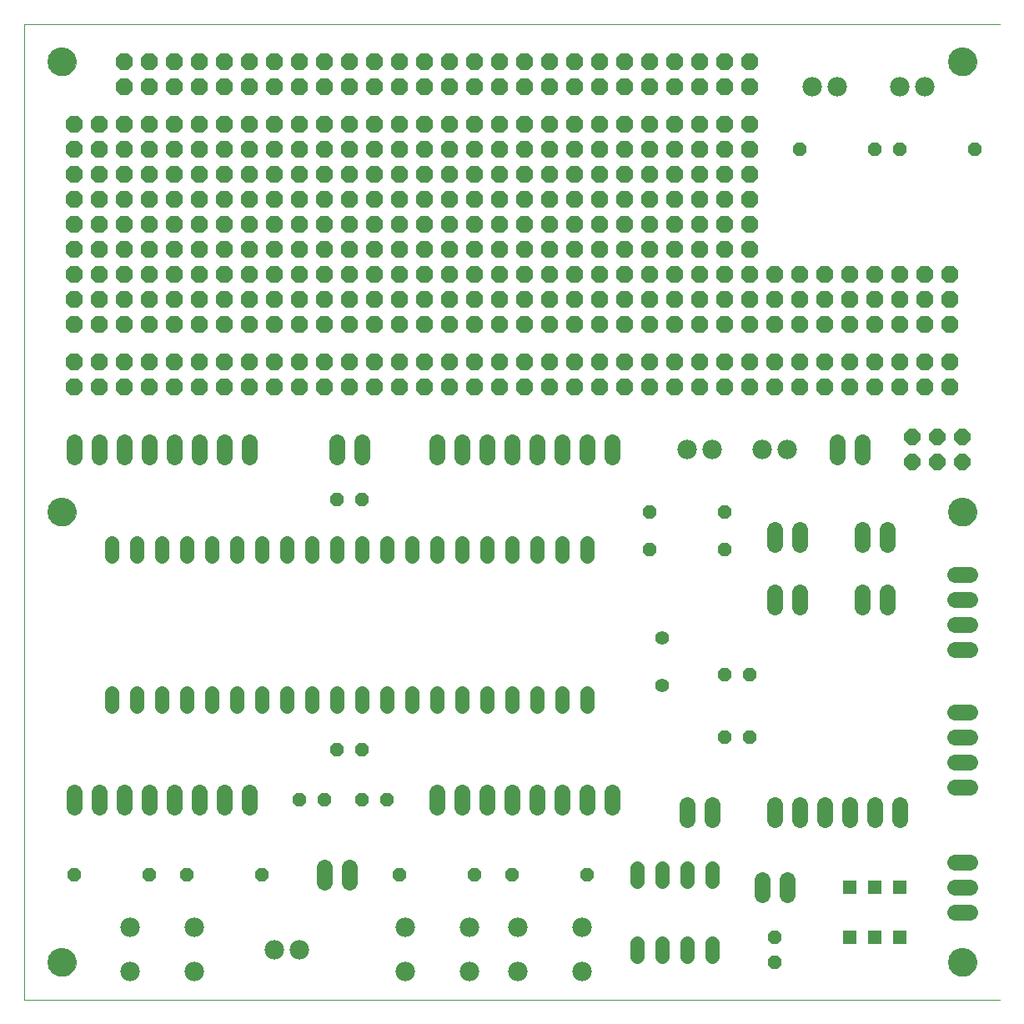
<source format=gbs>
G75*
%MOIN*%
%OFA0B0*%
%FSLAX24Y24*%
%IPPOS*%
%LPD*%
%AMOC8*
5,1,8,0,0,1.08239X$1,22.5*
%
%ADD10C,0.0000*%
%ADD11C,0.1142*%
%ADD12C,0.0560*%
%ADD13OC8,0.0560*%
%ADD14C,0.0640*%
%ADD15C,0.0780*%
%ADD16R,0.0555X0.0555*%
%ADD17C,0.0560*%
%ADD18OC8,0.0640*%
%ADD19OC8,0.0670*%
D10*
X000180Y000180D02*
X000180Y039180D01*
X039180Y039180D01*
X037129Y037680D02*
X037131Y037727D01*
X037137Y037773D01*
X037147Y037819D01*
X037160Y037864D01*
X037178Y037907D01*
X037199Y037949D01*
X037223Y037989D01*
X037251Y038026D01*
X037282Y038061D01*
X037316Y038094D01*
X037352Y038123D01*
X037391Y038149D01*
X037432Y038172D01*
X037475Y038191D01*
X037519Y038207D01*
X037564Y038219D01*
X037610Y038227D01*
X037657Y038231D01*
X037703Y038231D01*
X037750Y038227D01*
X037796Y038219D01*
X037841Y038207D01*
X037885Y038191D01*
X037928Y038172D01*
X037969Y038149D01*
X038008Y038123D01*
X038044Y038094D01*
X038078Y038061D01*
X038109Y038026D01*
X038137Y037989D01*
X038161Y037949D01*
X038182Y037907D01*
X038200Y037864D01*
X038213Y037819D01*
X038223Y037773D01*
X038229Y037727D01*
X038231Y037680D01*
X038229Y037633D01*
X038223Y037587D01*
X038213Y037541D01*
X038200Y037496D01*
X038182Y037453D01*
X038161Y037411D01*
X038137Y037371D01*
X038109Y037334D01*
X038078Y037299D01*
X038044Y037266D01*
X038008Y037237D01*
X037969Y037211D01*
X037928Y037188D01*
X037885Y037169D01*
X037841Y037153D01*
X037796Y037141D01*
X037750Y037133D01*
X037703Y037129D01*
X037657Y037129D01*
X037610Y037133D01*
X037564Y037141D01*
X037519Y037153D01*
X037475Y037169D01*
X037432Y037188D01*
X037391Y037211D01*
X037352Y037237D01*
X037316Y037266D01*
X037282Y037299D01*
X037251Y037334D01*
X037223Y037371D01*
X037199Y037411D01*
X037178Y037453D01*
X037160Y037496D01*
X037147Y037541D01*
X037137Y037587D01*
X037131Y037633D01*
X037129Y037680D01*
X037129Y019680D02*
X037131Y019727D01*
X037137Y019773D01*
X037147Y019819D01*
X037160Y019864D01*
X037178Y019907D01*
X037199Y019949D01*
X037223Y019989D01*
X037251Y020026D01*
X037282Y020061D01*
X037316Y020094D01*
X037352Y020123D01*
X037391Y020149D01*
X037432Y020172D01*
X037475Y020191D01*
X037519Y020207D01*
X037564Y020219D01*
X037610Y020227D01*
X037657Y020231D01*
X037703Y020231D01*
X037750Y020227D01*
X037796Y020219D01*
X037841Y020207D01*
X037885Y020191D01*
X037928Y020172D01*
X037969Y020149D01*
X038008Y020123D01*
X038044Y020094D01*
X038078Y020061D01*
X038109Y020026D01*
X038137Y019989D01*
X038161Y019949D01*
X038182Y019907D01*
X038200Y019864D01*
X038213Y019819D01*
X038223Y019773D01*
X038229Y019727D01*
X038231Y019680D01*
X038229Y019633D01*
X038223Y019587D01*
X038213Y019541D01*
X038200Y019496D01*
X038182Y019453D01*
X038161Y019411D01*
X038137Y019371D01*
X038109Y019334D01*
X038078Y019299D01*
X038044Y019266D01*
X038008Y019237D01*
X037969Y019211D01*
X037928Y019188D01*
X037885Y019169D01*
X037841Y019153D01*
X037796Y019141D01*
X037750Y019133D01*
X037703Y019129D01*
X037657Y019129D01*
X037610Y019133D01*
X037564Y019141D01*
X037519Y019153D01*
X037475Y019169D01*
X037432Y019188D01*
X037391Y019211D01*
X037352Y019237D01*
X037316Y019266D01*
X037282Y019299D01*
X037251Y019334D01*
X037223Y019371D01*
X037199Y019411D01*
X037178Y019453D01*
X037160Y019496D01*
X037147Y019541D01*
X037137Y019587D01*
X037131Y019633D01*
X037129Y019680D01*
X037129Y001680D02*
X037131Y001727D01*
X037137Y001773D01*
X037147Y001819D01*
X037160Y001864D01*
X037178Y001907D01*
X037199Y001949D01*
X037223Y001989D01*
X037251Y002026D01*
X037282Y002061D01*
X037316Y002094D01*
X037352Y002123D01*
X037391Y002149D01*
X037432Y002172D01*
X037475Y002191D01*
X037519Y002207D01*
X037564Y002219D01*
X037610Y002227D01*
X037657Y002231D01*
X037703Y002231D01*
X037750Y002227D01*
X037796Y002219D01*
X037841Y002207D01*
X037885Y002191D01*
X037928Y002172D01*
X037969Y002149D01*
X038008Y002123D01*
X038044Y002094D01*
X038078Y002061D01*
X038109Y002026D01*
X038137Y001989D01*
X038161Y001949D01*
X038182Y001907D01*
X038200Y001864D01*
X038213Y001819D01*
X038223Y001773D01*
X038229Y001727D01*
X038231Y001680D01*
X038229Y001633D01*
X038223Y001587D01*
X038213Y001541D01*
X038200Y001496D01*
X038182Y001453D01*
X038161Y001411D01*
X038137Y001371D01*
X038109Y001334D01*
X038078Y001299D01*
X038044Y001266D01*
X038008Y001237D01*
X037969Y001211D01*
X037928Y001188D01*
X037885Y001169D01*
X037841Y001153D01*
X037796Y001141D01*
X037750Y001133D01*
X037703Y001129D01*
X037657Y001129D01*
X037610Y001133D01*
X037564Y001141D01*
X037519Y001153D01*
X037475Y001169D01*
X037432Y001188D01*
X037391Y001211D01*
X037352Y001237D01*
X037316Y001266D01*
X037282Y001299D01*
X037251Y001334D01*
X037223Y001371D01*
X037199Y001411D01*
X037178Y001453D01*
X037160Y001496D01*
X037147Y001541D01*
X037137Y001587D01*
X037131Y001633D01*
X037129Y001680D01*
X039180Y000180D02*
X000180Y000180D01*
X001129Y001680D02*
X001131Y001727D01*
X001137Y001773D01*
X001147Y001819D01*
X001160Y001864D01*
X001178Y001907D01*
X001199Y001949D01*
X001223Y001989D01*
X001251Y002026D01*
X001282Y002061D01*
X001316Y002094D01*
X001352Y002123D01*
X001391Y002149D01*
X001432Y002172D01*
X001475Y002191D01*
X001519Y002207D01*
X001564Y002219D01*
X001610Y002227D01*
X001657Y002231D01*
X001703Y002231D01*
X001750Y002227D01*
X001796Y002219D01*
X001841Y002207D01*
X001885Y002191D01*
X001928Y002172D01*
X001969Y002149D01*
X002008Y002123D01*
X002044Y002094D01*
X002078Y002061D01*
X002109Y002026D01*
X002137Y001989D01*
X002161Y001949D01*
X002182Y001907D01*
X002200Y001864D01*
X002213Y001819D01*
X002223Y001773D01*
X002229Y001727D01*
X002231Y001680D01*
X002229Y001633D01*
X002223Y001587D01*
X002213Y001541D01*
X002200Y001496D01*
X002182Y001453D01*
X002161Y001411D01*
X002137Y001371D01*
X002109Y001334D01*
X002078Y001299D01*
X002044Y001266D01*
X002008Y001237D01*
X001969Y001211D01*
X001928Y001188D01*
X001885Y001169D01*
X001841Y001153D01*
X001796Y001141D01*
X001750Y001133D01*
X001703Y001129D01*
X001657Y001129D01*
X001610Y001133D01*
X001564Y001141D01*
X001519Y001153D01*
X001475Y001169D01*
X001432Y001188D01*
X001391Y001211D01*
X001352Y001237D01*
X001316Y001266D01*
X001282Y001299D01*
X001251Y001334D01*
X001223Y001371D01*
X001199Y001411D01*
X001178Y001453D01*
X001160Y001496D01*
X001147Y001541D01*
X001137Y001587D01*
X001131Y001633D01*
X001129Y001680D01*
X001129Y019680D02*
X001131Y019727D01*
X001137Y019773D01*
X001147Y019819D01*
X001160Y019864D01*
X001178Y019907D01*
X001199Y019949D01*
X001223Y019989D01*
X001251Y020026D01*
X001282Y020061D01*
X001316Y020094D01*
X001352Y020123D01*
X001391Y020149D01*
X001432Y020172D01*
X001475Y020191D01*
X001519Y020207D01*
X001564Y020219D01*
X001610Y020227D01*
X001657Y020231D01*
X001703Y020231D01*
X001750Y020227D01*
X001796Y020219D01*
X001841Y020207D01*
X001885Y020191D01*
X001928Y020172D01*
X001969Y020149D01*
X002008Y020123D01*
X002044Y020094D01*
X002078Y020061D01*
X002109Y020026D01*
X002137Y019989D01*
X002161Y019949D01*
X002182Y019907D01*
X002200Y019864D01*
X002213Y019819D01*
X002223Y019773D01*
X002229Y019727D01*
X002231Y019680D01*
X002229Y019633D01*
X002223Y019587D01*
X002213Y019541D01*
X002200Y019496D01*
X002182Y019453D01*
X002161Y019411D01*
X002137Y019371D01*
X002109Y019334D01*
X002078Y019299D01*
X002044Y019266D01*
X002008Y019237D01*
X001969Y019211D01*
X001928Y019188D01*
X001885Y019169D01*
X001841Y019153D01*
X001796Y019141D01*
X001750Y019133D01*
X001703Y019129D01*
X001657Y019129D01*
X001610Y019133D01*
X001564Y019141D01*
X001519Y019153D01*
X001475Y019169D01*
X001432Y019188D01*
X001391Y019211D01*
X001352Y019237D01*
X001316Y019266D01*
X001282Y019299D01*
X001251Y019334D01*
X001223Y019371D01*
X001199Y019411D01*
X001178Y019453D01*
X001160Y019496D01*
X001147Y019541D01*
X001137Y019587D01*
X001131Y019633D01*
X001129Y019680D01*
X001129Y037680D02*
X001131Y037727D01*
X001137Y037773D01*
X001147Y037819D01*
X001160Y037864D01*
X001178Y037907D01*
X001199Y037949D01*
X001223Y037989D01*
X001251Y038026D01*
X001282Y038061D01*
X001316Y038094D01*
X001352Y038123D01*
X001391Y038149D01*
X001432Y038172D01*
X001475Y038191D01*
X001519Y038207D01*
X001564Y038219D01*
X001610Y038227D01*
X001657Y038231D01*
X001703Y038231D01*
X001750Y038227D01*
X001796Y038219D01*
X001841Y038207D01*
X001885Y038191D01*
X001928Y038172D01*
X001969Y038149D01*
X002008Y038123D01*
X002044Y038094D01*
X002078Y038061D01*
X002109Y038026D01*
X002137Y037989D01*
X002161Y037949D01*
X002182Y037907D01*
X002200Y037864D01*
X002213Y037819D01*
X002223Y037773D01*
X002229Y037727D01*
X002231Y037680D01*
X002229Y037633D01*
X002223Y037587D01*
X002213Y037541D01*
X002200Y037496D01*
X002182Y037453D01*
X002161Y037411D01*
X002137Y037371D01*
X002109Y037334D01*
X002078Y037299D01*
X002044Y037266D01*
X002008Y037237D01*
X001969Y037211D01*
X001928Y037188D01*
X001885Y037169D01*
X001841Y037153D01*
X001796Y037141D01*
X001750Y037133D01*
X001703Y037129D01*
X001657Y037129D01*
X001610Y037133D01*
X001564Y037141D01*
X001519Y037153D01*
X001475Y037169D01*
X001432Y037188D01*
X001391Y037211D01*
X001352Y037237D01*
X001316Y037266D01*
X001282Y037299D01*
X001251Y037334D01*
X001223Y037371D01*
X001199Y037411D01*
X001178Y037453D01*
X001160Y037496D01*
X001147Y037541D01*
X001137Y037587D01*
X001131Y037633D01*
X001129Y037680D01*
D11*
X001680Y037680D03*
X001680Y019680D03*
X001680Y001680D03*
X037680Y001680D03*
X037680Y019680D03*
X037680Y037680D03*
D12*
X022680Y018440D02*
X022680Y017920D01*
X021680Y017920D02*
X021680Y018440D01*
X020680Y018440D02*
X020680Y017920D01*
X019680Y017920D02*
X019680Y018440D01*
X018680Y018440D02*
X018680Y017920D01*
X017680Y017920D02*
X017680Y018440D01*
X016680Y018440D02*
X016680Y017920D01*
X015680Y017920D02*
X015680Y018440D01*
X014680Y018440D02*
X014680Y017920D01*
X013680Y017920D02*
X013680Y018440D01*
X012680Y018440D02*
X012680Y017920D01*
X011680Y017920D02*
X011680Y018440D01*
X010680Y018440D02*
X010680Y017920D01*
X009680Y017920D02*
X009680Y018440D01*
X008680Y018440D02*
X008680Y017920D01*
X007680Y017920D02*
X007680Y018440D01*
X006680Y018440D02*
X006680Y017920D01*
X005680Y017920D02*
X005680Y018440D01*
X004680Y018440D02*
X004680Y017920D01*
X003680Y017920D02*
X003680Y018440D01*
X003680Y012440D02*
X003680Y011920D01*
X004680Y011920D02*
X004680Y012440D01*
X005680Y012440D02*
X005680Y011920D01*
X006680Y011920D02*
X006680Y012440D01*
X007680Y012440D02*
X007680Y011920D01*
X008680Y011920D02*
X008680Y012440D01*
X009680Y012440D02*
X009680Y011920D01*
X010680Y011920D02*
X010680Y012440D01*
X011680Y012440D02*
X011680Y011920D01*
X012680Y011920D02*
X012680Y012440D01*
X013680Y012440D02*
X013680Y011920D01*
X014680Y011920D02*
X014680Y012440D01*
X015680Y012440D02*
X015680Y011920D01*
X016680Y011920D02*
X016680Y012440D01*
X017680Y012440D02*
X017680Y011920D01*
X018680Y011920D02*
X018680Y012440D01*
X019680Y012440D02*
X019680Y011920D01*
X020680Y011920D02*
X020680Y012440D01*
X021680Y012440D02*
X021680Y011920D01*
X022680Y011920D02*
X022680Y012440D01*
X024680Y005440D02*
X024680Y004920D01*
X025680Y004920D02*
X025680Y005440D01*
X026680Y005440D02*
X026680Y004920D01*
X027680Y004920D02*
X027680Y005440D01*
X027680Y002440D02*
X027680Y001920D01*
X026680Y001920D02*
X026680Y002440D01*
X025680Y002440D02*
X025680Y001920D01*
X024680Y001920D02*
X024680Y002440D01*
D13*
X022680Y005180D03*
X019680Y005180D03*
X018180Y005180D03*
X015180Y005180D03*
X014680Y008180D03*
X013680Y008180D03*
X012180Y008180D03*
X011180Y008180D03*
X012680Y010180D03*
X013680Y010180D03*
X009680Y005180D03*
X006680Y005180D03*
X005180Y005180D03*
X002180Y005180D03*
X012680Y020180D03*
X013680Y020180D03*
X025180Y019680D03*
X025180Y018180D03*
X028180Y018180D03*
X028180Y019680D03*
X028180Y013180D03*
X029180Y013180D03*
X029180Y010680D03*
X028180Y010680D03*
X030180Y002680D03*
X030180Y001680D03*
X031180Y034180D03*
X034180Y034180D03*
X035180Y034180D03*
X038180Y034180D03*
D14*
X033680Y022480D02*
X033680Y021880D01*
X032680Y021880D02*
X032680Y022480D01*
X033680Y018980D02*
X033680Y018380D01*
X034680Y018380D02*
X034680Y018980D01*
X034680Y016480D02*
X034680Y015880D01*
X033680Y015880D02*
X033680Y016480D01*
X031180Y016480D02*
X031180Y015880D01*
X030180Y015880D02*
X030180Y016480D01*
X030180Y018380D02*
X030180Y018980D01*
X031180Y018980D02*
X031180Y018380D01*
X037380Y017180D02*
X037980Y017180D01*
X037980Y016180D02*
X037380Y016180D01*
X037380Y015180D02*
X037980Y015180D01*
X037980Y014180D02*
X037380Y014180D01*
X037380Y011680D02*
X037980Y011680D01*
X037980Y010680D02*
X037380Y010680D01*
X037380Y009680D02*
X037980Y009680D01*
X037980Y008680D02*
X037380Y008680D01*
X035180Y007980D02*
X035180Y007380D01*
X034180Y007380D02*
X034180Y007980D01*
X033180Y007980D02*
X033180Y007380D01*
X032180Y007380D02*
X032180Y007980D01*
X031180Y007980D02*
X031180Y007380D01*
X030180Y007380D02*
X030180Y007980D01*
X027680Y007980D02*
X027680Y007380D01*
X026680Y007380D02*
X026680Y007980D01*
X023680Y007880D02*
X023680Y008480D01*
X022680Y008480D02*
X022680Y007880D01*
X021680Y007880D02*
X021680Y008480D01*
X020680Y008480D02*
X020680Y007880D01*
X019680Y007880D02*
X019680Y008480D01*
X018680Y008480D02*
X018680Y007880D01*
X017680Y007880D02*
X017680Y008480D01*
X016680Y008480D02*
X016680Y007880D01*
X013180Y005480D02*
X013180Y004880D01*
X012180Y004880D02*
X012180Y005480D01*
X009180Y007880D02*
X009180Y008480D01*
X008180Y008480D02*
X008180Y007880D01*
X007180Y007880D02*
X007180Y008480D01*
X006180Y008480D02*
X006180Y007880D01*
X005180Y007880D02*
X005180Y008480D01*
X004180Y008480D02*
X004180Y007880D01*
X003180Y007880D02*
X003180Y008480D01*
X002180Y008480D02*
X002180Y007880D01*
X002180Y021880D02*
X002180Y022480D01*
X003180Y022480D02*
X003180Y021880D01*
X004180Y021880D02*
X004180Y022480D01*
X005180Y022480D02*
X005180Y021880D01*
X006180Y021880D02*
X006180Y022480D01*
X007180Y022480D02*
X007180Y021880D01*
X008180Y021880D02*
X008180Y022480D01*
X009180Y022480D02*
X009180Y021880D01*
X012680Y021880D02*
X012680Y022480D01*
X013680Y022480D02*
X013680Y021880D01*
X016680Y021880D02*
X016680Y022480D01*
X017680Y022480D02*
X017680Y021880D01*
X018680Y021880D02*
X018680Y022480D01*
X019680Y022480D02*
X019680Y021880D01*
X020680Y021880D02*
X020680Y022480D01*
X021680Y022480D02*
X021680Y021880D01*
X022680Y021880D02*
X022680Y022480D01*
X023680Y022480D02*
X023680Y021880D01*
X037380Y005680D02*
X037980Y005680D01*
X037980Y004680D02*
X037380Y004680D01*
X037380Y003680D02*
X037980Y003680D01*
X030680Y004380D02*
X030680Y004980D01*
X029680Y004980D02*
X029680Y004380D01*
D15*
X022460Y003070D03*
X022460Y001290D03*
X019900Y001290D03*
X019900Y003070D03*
X017960Y003070D03*
X017960Y001290D03*
X015400Y001290D03*
X015400Y003070D03*
X011180Y002180D03*
X010180Y002180D03*
X006960Y001290D03*
X006960Y003070D03*
X004400Y003070D03*
X004400Y001290D03*
X026680Y022180D03*
X027680Y022180D03*
X029680Y022180D03*
X030680Y022180D03*
X031680Y036680D03*
X032680Y036680D03*
X035180Y036680D03*
X036180Y036680D03*
D16*
X035180Y004680D03*
X034180Y004680D03*
X033180Y004680D03*
X033180Y002680D03*
X034180Y002680D03*
X035180Y002680D03*
D17*
X025680Y012730D03*
X025680Y014630D03*
D18*
X035680Y021680D03*
X035680Y022680D03*
X036680Y022680D03*
X036680Y021680D03*
X037680Y021680D03*
X037680Y022680D03*
D19*
X037180Y024680D03*
X037180Y025680D03*
X036180Y025680D03*
X035180Y025680D03*
X035180Y024680D03*
X036180Y024680D03*
X034180Y024680D03*
X034180Y025680D03*
X033180Y025680D03*
X032180Y025680D03*
X032180Y024680D03*
X033180Y024680D03*
X031180Y024680D03*
X030180Y024680D03*
X030180Y025680D03*
X031180Y025680D03*
X031180Y027180D03*
X031180Y028180D03*
X030180Y028180D03*
X030180Y027180D03*
X029180Y027180D03*
X029180Y028180D03*
X028180Y028180D03*
X028180Y027180D03*
X027180Y027180D03*
X027180Y028180D03*
X026180Y028180D03*
X026180Y027180D03*
X025180Y027180D03*
X025180Y028180D03*
X024180Y028180D03*
X024180Y027180D03*
X023180Y027180D03*
X023180Y028180D03*
X022180Y028180D03*
X022180Y027180D03*
X021180Y027180D03*
X021180Y028180D03*
X020180Y028180D03*
X020180Y027180D03*
X019180Y027180D03*
X019180Y028180D03*
X018180Y028180D03*
X018180Y027180D03*
X017180Y027180D03*
X017180Y028180D03*
X017180Y029180D03*
X017180Y030180D03*
X017180Y031180D03*
X017180Y032180D03*
X017180Y033180D03*
X017180Y034180D03*
X017180Y035180D03*
X016180Y035180D03*
X015180Y035180D03*
X015180Y034180D03*
X015180Y033180D03*
X016180Y033180D03*
X016180Y034180D03*
X016180Y032180D03*
X016180Y031180D03*
X015180Y031180D03*
X015180Y032180D03*
X014180Y032180D03*
X014180Y031180D03*
X013180Y031180D03*
X013180Y032180D03*
X013180Y033180D03*
X013180Y034180D03*
X014180Y034180D03*
X014180Y033180D03*
X014180Y035180D03*
X013180Y035180D03*
X012180Y035180D03*
X011180Y035180D03*
X011180Y034180D03*
X011180Y033180D03*
X012180Y033180D03*
X012180Y034180D03*
X012180Y032180D03*
X012180Y031180D03*
X011180Y031180D03*
X011180Y032180D03*
X010180Y032180D03*
X010180Y031180D03*
X009180Y031180D03*
X009180Y032180D03*
X009180Y033180D03*
X009180Y034180D03*
X010180Y034180D03*
X010180Y033180D03*
X010180Y035180D03*
X009180Y035180D03*
X008180Y035180D03*
X007180Y035180D03*
X007180Y034180D03*
X007180Y033180D03*
X008180Y033180D03*
X008180Y034180D03*
X008180Y032180D03*
X008180Y031180D03*
X007180Y031180D03*
X007180Y032180D03*
X006180Y032180D03*
X006180Y031180D03*
X005180Y031180D03*
X005180Y032180D03*
X005180Y033180D03*
X005180Y034180D03*
X006180Y034180D03*
X006180Y033180D03*
X006180Y035180D03*
X005180Y035180D03*
X004180Y035180D03*
X003180Y035180D03*
X003180Y034180D03*
X003180Y033180D03*
X004180Y033180D03*
X004180Y034180D03*
X004180Y032180D03*
X004180Y031180D03*
X003180Y031180D03*
X003180Y032180D03*
X002180Y032180D03*
X002180Y031180D03*
X002180Y030180D03*
X002180Y029180D03*
X002180Y028180D03*
X002180Y027180D03*
X003180Y027180D03*
X003180Y028180D03*
X004180Y028180D03*
X004180Y027180D03*
X005180Y027180D03*
X005180Y028180D03*
X006180Y028180D03*
X006180Y027180D03*
X007180Y027180D03*
X007180Y028180D03*
X008180Y028180D03*
X008180Y027180D03*
X009180Y027180D03*
X009180Y028180D03*
X010180Y028180D03*
X010180Y027180D03*
X011180Y027180D03*
X011180Y028180D03*
X012180Y028180D03*
X012180Y027180D03*
X013180Y027180D03*
X013180Y028180D03*
X014180Y028180D03*
X014180Y027180D03*
X015180Y027180D03*
X015180Y028180D03*
X016180Y028180D03*
X016180Y027180D03*
X016180Y025680D03*
X015180Y025680D03*
X015180Y024680D03*
X016180Y024680D03*
X017180Y024680D03*
X017180Y025680D03*
X018180Y025680D03*
X019180Y025680D03*
X019180Y024680D03*
X018180Y024680D03*
X020180Y024680D03*
X021180Y024680D03*
X021180Y025680D03*
X020180Y025680D03*
X022180Y025680D03*
X023180Y025680D03*
X023180Y024680D03*
X022180Y024680D03*
X024180Y024680D03*
X025180Y024680D03*
X025180Y025680D03*
X024180Y025680D03*
X026180Y025680D03*
X027180Y025680D03*
X027180Y024680D03*
X026180Y024680D03*
X028180Y024680D03*
X029180Y024680D03*
X029180Y025680D03*
X028180Y025680D03*
X028180Y029180D03*
X028180Y030180D03*
X029180Y030180D03*
X029180Y029180D03*
X030180Y029180D03*
X031180Y029180D03*
X032180Y029180D03*
X033180Y029180D03*
X033180Y028180D03*
X033180Y027180D03*
X032180Y027180D03*
X032180Y028180D03*
X034180Y028180D03*
X034180Y027180D03*
X035180Y027180D03*
X035180Y028180D03*
X036180Y028180D03*
X036180Y027180D03*
X037180Y027180D03*
X037180Y028180D03*
X037180Y029180D03*
X036180Y029180D03*
X035180Y029180D03*
X034180Y029180D03*
X029180Y031180D03*
X029180Y032180D03*
X028180Y032180D03*
X028180Y031180D03*
X027180Y031180D03*
X027180Y032180D03*
X026180Y032180D03*
X026180Y031180D03*
X026180Y030180D03*
X026180Y029180D03*
X027180Y029180D03*
X027180Y030180D03*
X025180Y030180D03*
X025180Y029180D03*
X024180Y029180D03*
X024180Y030180D03*
X024180Y031180D03*
X024180Y032180D03*
X025180Y032180D03*
X025180Y031180D03*
X025180Y033180D03*
X025180Y034180D03*
X024180Y034180D03*
X024180Y033180D03*
X023180Y033180D03*
X023180Y034180D03*
X022180Y034180D03*
X022180Y033180D03*
X022180Y032180D03*
X022180Y031180D03*
X023180Y031180D03*
X023180Y032180D03*
X023180Y030180D03*
X023180Y029180D03*
X022180Y029180D03*
X022180Y030180D03*
X021180Y030180D03*
X021180Y029180D03*
X020180Y029180D03*
X020180Y030180D03*
X020180Y031180D03*
X020180Y032180D03*
X021180Y032180D03*
X021180Y031180D03*
X021180Y033180D03*
X021180Y034180D03*
X020180Y034180D03*
X020180Y033180D03*
X019180Y033180D03*
X019180Y034180D03*
X018180Y034180D03*
X018180Y033180D03*
X018180Y032180D03*
X018180Y031180D03*
X019180Y031180D03*
X019180Y032180D03*
X019180Y030180D03*
X019180Y029180D03*
X018180Y029180D03*
X018180Y030180D03*
X016180Y030180D03*
X016180Y029180D03*
X015180Y029180D03*
X015180Y030180D03*
X014180Y030180D03*
X014180Y029180D03*
X013180Y029180D03*
X013180Y030180D03*
X012180Y030180D03*
X012180Y029180D03*
X011180Y029180D03*
X011180Y030180D03*
X010180Y030180D03*
X010180Y029180D03*
X009180Y029180D03*
X009180Y030180D03*
X008180Y030180D03*
X008180Y029180D03*
X007180Y029180D03*
X007180Y030180D03*
X006180Y030180D03*
X006180Y029180D03*
X005180Y029180D03*
X005180Y030180D03*
X004180Y030180D03*
X004180Y029180D03*
X003180Y029180D03*
X003180Y030180D03*
X002180Y033180D03*
X002180Y034180D03*
X002180Y035180D03*
X004180Y036680D03*
X004180Y037680D03*
X005180Y037680D03*
X005180Y036680D03*
X006180Y036680D03*
X006180Y037680D03*
X007180Y037680D03*
X007180Y036680D03*
X008180Y036680D03*
X008180Y037680D03*
X009180Y037680D03*
X009180Y036680D03*
X010180Y036680D03*
X010180Y037680D03*
X011180Y037680D03*
X011180Y036680D03*
X012180Y036680D03*
X012180Y037680D03*
X013180Y037680D03*
X013180Y036680D03*
X014180Y036680D03*
X014180Y037680D03*
X015180Y037680D03*
X015180Y036680D03*
X016180Y036680D03*
X016180Y037680D03*
X017180Y037680D03*
X017180Y036680D03*
X018180Y036680D03*
X018180Y037680D03*
X019180Y037680D03*
X019180Y036680D03*
X020180Y036680D03*
X020180Y037680D03*
X021180Y037680D03*
X021180Y036680D03*
X022180Y036680D03*
X022180Y037680D03*
X023180Y037680D03*
X023180Y036680D03*
X024180Y036680D03*
X024180Y037680D03*
X025180Y037680D03*
X025180Y036680D03*
X026180Y036680D03*
X026180Y037680D03*
X027180Y037680D03*
X027180Y036680D03*
X028180Y036680D03*
X028180Y037680D03*
X029180Y037680D03*
X029180Y036680D03*
X029180Y035180D03*
X028180Y035180D03*
X028180Y034180D03*
X028180Y033180D03*
X029180Y033180D03*
X029180Y034180D03*
X027180Y034180D03*
X027180Y033180D03*
X026180Y033180D03*
X026180Y034180D03*
X026180Y035180D03*
X027180Y035180D03*
X025180Y035180D03*
X024180Y035180D03*
X023180Y035180D03*
X022180Y035180D03*
X021180Y035180D03*
X020180Y035180D03*
X019180Y035180D03*
X018180Y035180D03*
X014180Y025680D03*
X013180Y025680D03*
X013180Y024680D03*
X014180Y024680D03*
X012180Y024680D03*
X011180Y024680D03*
X011180Y025680D03*
X012180Y025680D03*
X010180Y025680D03*
X009180Y025680D03*
X009180Y024680D03*
X010180Y024680D03*
X008180Y024680D03*
X007180Y024680D03*
X007180Y025680D03*
X008180Y025680D03*
X006180Y025680D03*
X005180Y025680D03*
X005180Y024680D03*
X006180Y024680D03*
X004180Y024680D03*
X003180Y024680D03*
X003180Y025680D03*
X004180Y025680D03*
X002180Y025680D03*
X002180Y024680D03*
M02*

</source>
